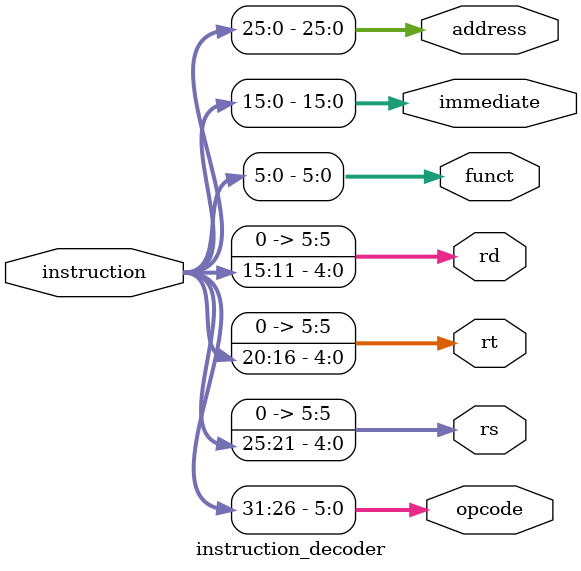
<source format=v>
module instruction_decoder
(
input  [31:0] instruction,
output  [5:0] opcode,
              rs,
              rt,
              rd,
              funct,
output [15:0] immediate,
output [25:0] address
);
  assign opcode = instruction[31:26];
  assign rs = instruction[25:21];
  assign rt = instruction[20:16];
  assign rd = instruction[15:11];
  assign funct = instruction[5:0];
  assign immediate = instruction[15:0];
  assign address = instruction[25:0];
endmodule

</source>
